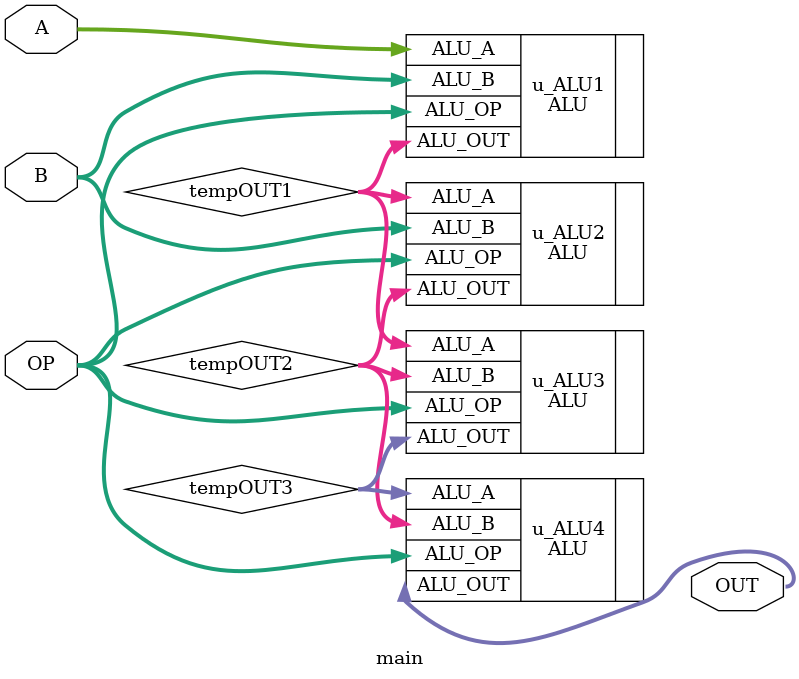
<source format=v>
`timescale 1ns / 1ps
module main(
input				[31:0]	A,
input				[31:0]	B,
input				[4:0]		OP,
output			[31:0]	OUT
    );

parameter	A_NOP = 5'h00;			//¿ÕÔËËã
parameter	A_ADD	= 5'h01;			//·ûºÅ¼Ó
parameter	A_SUB = 5'h02;			//·ûºÅ¼õ
parameter	A_AND	= 5'h03;			//·ûºÅÓë
parameter	A_OR	= 5'h04;			//·ûºÅ»ò
parameter	A_XOR = 5'h05;			//·ûºÅÒì»ò
parameter	A_NOR	= 5'h06;			//·ûºÅ»ò·Ç

wire	[31:0]	tempOUT1;

ALU u_ALU1(
.ALU_A	(A),
.ALU_B	(B),
.ALU_OP	(OP),
.ALU_OUT	(tempOUT1)
);

wire	[31:0]	tempOUT2;

ALU u_ALU2(
.ALU_A	(tempOUT1),
.ALU_B	(B),
.ALU_OP	(OP),
.ALU_OUT	(tempOUT2)
);

wire	[31:0]	tempOUT3;

ALU u_ALU3(
.ALU_A	(tempOUT1),
.ALU_B	(tempOUT2),
.ALU_OP	(OP),
.ALU_OUT	(tempOUT3)
);

ALU u_ALU4(
.ALU_A	(tempOUT3),
.ALU_B	(tempOUT2),
.ALU_OP	(OP),
.ALU_OUT	(OUT)
);

endmodule

</source>
